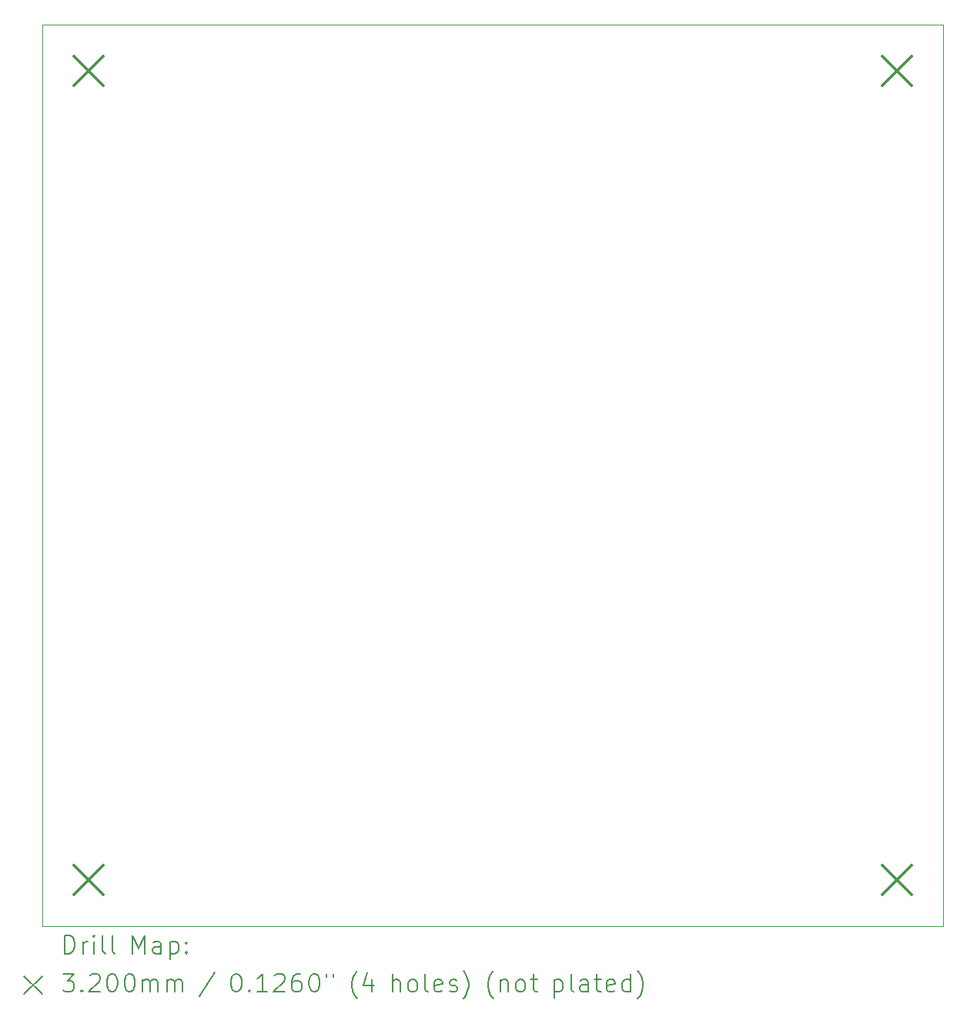
<source format=gbr>
%TF.GenerationSoftware,KiCad,Pcbnew,(7.0.0)*%
%TF.CreationDate,2023-07-06T21:55:20+02:00*%
%TF.ProjectId,cdp-io,6364702d-696f-42e6-9b69-6361645f7063,1*%
%TF.SameCoordinates,Original*%
%TF.FileFunction,Drillmap*%
%TF.FilePolarity,Positive*%
%FSLAX45Y45*%
G04 Gerber Fmt 4.5, Leading zero omitted, Abs format (unit mm)*
G04 Created by KiCad (PCBNEW (7.0.0)) date 2023-07-06 21:55:20*
%MOMM*%
%LPD*%
G01*
G04 APERTURE LIST*
%ADD10C,0.100000*%
%ADD11C,0.200000*%
%ADD12C,0.320000*%
G04 APERTURE END LIST*
D10*
X9982200Y-4216400D02*
X19888200Y-4216400D01*
X19888200Y-4216400D02*
X19888200Y-14122400D01*
X19888200Y-14122400D02*
X9982200Y-14122400D01*
X9982200Y-14122400D02*
X9982200Y-4216400D01*
D11*
D12*
X10330200Y-4564400D02*
X10650200Y-4884400D01*
X10650200Y-4564400D02*
X10330200Y-4884400D01*
X10330200Y-13454400D02*
X10650200Y-13774400D01*
X10650200Y-13454400D02*
X10330200Y-13774400D01*
X19220200Y-4564400D02*
X19540200Y-4884400D01*
X19540200Y-4564400D02*
X19220200Y-4884400D01*
X19220200Y-13454400D02*
X19540200Y-13774400D01*
X19540200Y-13454400D02*
X19220200Y-13774400D01*
D11*
X10224819Y-14420876D02*
X10224819Y-14220876D01*
X10224819Y-14220876D02*
X10272438Y-14220876D01*
X10272438Y-14220876D02*
X10301010Y-14230400D01*
X10301010Y-14230400D02*
X10320057Y-14249448D01*
X10320057Y-14249448D02*
X10329581Y-14268495D01*
X10329581Y-14268495D02*
X10339105Y-14306590D01*
X10339105Y-14306590D02*
X10339105Y-14335162D01*
X10339105Y-14335162D02*
X10329581Y-14373257D01*
X10329581Y-14373257D02*
X10320057Y-14392305D01*
X10320057Y-14392305D02*
X10301010Y-14411352D01*
X10301010Y-14411352D02*
X10272438Y-14420876D01*
X10272438Y-14420876D02*
X10224819Y-14420876D01*
X10424819Y-14420876D02*
X10424819Y-14287543D01*
X10424819Y-14325638D02*
X10434343Y-14306590D01*
X10434343Y-14306590D02*
X10443867Y-14297067D01*
X10443867Y-14297067D02*
X10462914Y-14287543D01*
X10462914Y-14287543D02*
X10481962Y-14287543D01*
X10548629Y-14420876D02*
X10548629Y-14287543D01*
X10548629Y-14220876D02*
X10539105Y-14230400D01*
X10539105Y-14230400D02*
X10548629Y-14239924D01*
X10548629Y-14239924D02*
X10558152Y-14230400D01*
X10558152Y-14230400D02*
X10548629Y-14220876D01*
X10548629Y-14220876D02*
X10548629Y-14239924D01*
X10672438Y-14420876D02*
X10653390Y-14411352D01*
X10653390Y-14411352D02*
X10643867Y-14392305D01*
X10643867Y-14392305D02*
X10643867Y-14220876D01*
X10777200Y-14420876D02*
X10758152Y-14411352D01*
X10758152Y-14411352D02*
X10748629Y-14392305D01*
X10748629Y-14392305D02*
X10748629Y-14220876D01*
X10973390Y-14420876D02*
X10973390Y-14220876D01*
X10973390Y-14220876D02*
X11040057Y-14363733D01*
X11040057Y-14363733D02*
X11106724Y-14220876D01*
X11106724Y-14220876D02*
X11106724Y-14420876D01*
X11287676Y-14420876D02*
X11287676Y-14316114D01*
X11287676Y-14316114D02*
X11278152Y-14297067D01*
X11278152Y-14297067D02*
X11259105Y-14287543D01*
X11259105Y-14287543D02*
X11221009Y-14287543D01*
X11221009Y-14287543D02*
X11201962Y-14297067D01*
X11287676Y-14411352D02*
X11268628Y-14420876D01*
X11268628Y-14420876D02*
X11221009Y-14420876D01*
X11221009Y-14420876D02*
X11201962Y-14411352D01*
X11201962Y-14411352D02*
X11192438Y-14392305D01*
X11192438Y-14392305D02*
X11192438Y-14373257D01*
X11192438Y-14373257D02*
X11201962Y-14354209D01*
X11201962Y-14354209D02*
X11221009Y-14344686D01*
X11221009Y-14344686D02*
X11268628Y-14344686D01*
X11268628Y-14344686D02*
X11287676Y-14335162D01*
X11382914Y-14287543D02*
X11382914Y-14487543D01*
X11382914Y-14297067D02*
X11401962Y-14287543D01*
X11401962Y-14287543D02*
X11440057Y-14287543D01*
X11440057Y-14287543D02*
X11459105Y-14297067D01*
X11459105Y-14297067D02*
X11468628Y-14306590D01*
X11468628Y-14306590D02*
X11478152Y-14325638D01*
X11478152Y-14325638D02*
X11478152Y-14382781D01*
X11478152Y-14382781D02*
X11468628Y-14401828D01*
X11468628Y-14401828D02*
X11459105Y-14411352D01*
X11459105Y-14411352D02*
X11440057Y-14420876D01*
X11440057Y-14420876D02*
X11401962Y-14420876D01*
X11401962Y-14420876D02*
X11382914Y-14411352D01*
X11563867Y-14401828D02*
X11573390Y-14411352D01*
X11573390Y-14411352D02*
X11563867Y-14420876D01*
X11563867Y-14420876D02*
X11554343Y-14411352D01*
X11554343Y-14411352D02*
X11563867Y-14401828D01*
X11563867Y-14401828D02*
X11563867Y-14420876D01*
X11563867Y-14297067D02*
X11573390Y-14306590D01*
X11573390Y-14306590D02*
X11563867Y-14316114D01*
X11563867Y-14316114D02*
X11554343Y-14306590D01*
X11554343Y-14306590D02*
X11563867Y-14297067D01*
X11563867Y-14297067D02*
X11563867Y-14316114D01*
X9777200Y-14667400D02*
X9977200Y-14867400D01*
X9977200Y-14667400D02*
X9777200Y-14867400D01*
X10205771Y-14640876D02*
X10329581Y-14640876D01*
X10329581Y-14640876D02*
X10262914Y-14717067D01*
X10262914Y-14717067D02*
X10291486Y-14717067D01*
X10291486Y-14717067D02*
X10310533Y-14726590D01*
X10310533Y-14726590D02*
X10320057Y-14736114D01*
X10320057Y-14736114D02*
X10329581Y-14755162D01*
X10329581Y-14755162D02*
X10329581Y-14802781D01*
X10329581Y-14802781D02*
X10320057Y-14821828D01*
X10320057Y-14821828D02*
X10310533Y-14831352D01*
X10310533Y-14831352D02*
X10291486Y-14840876D01*
X10291486Y-14840876D02*
X10234343Y-14840876D01*
X10234343Y-14840876D02*
X10215295Y-14831352D01*
X10215295Y-14831352D02*
X10205771Y-14821828D01*
X10415295Y-14821828D02*
X10424819Y-14831352D01*
X10424819Y-14831352D02*
X10415295Y-14840876D01*
X10415295Y-14840876D02*
X10405771Y-14831352D01*
X10405771Y-14831352D02*
X10415295Y-14821828D01*
X10415295Y-14821828D02*
X10415295Y-14840876D01*
X10501010Y-14659924D02*
X10510533Y-14650400D01*
X10510533Y-14650400D02*
X10529581Y-14640876D01*
X10529581Y-14640876D02*
X10577200Y-14640876D01*
X10577200Y-14640876D02*
X10596248Y-14650400D01*
X10596248Y-14650400D02*
X10605771Y-14659924D01*
X10605771Y-14659924D02*
X10615295Y-14678971D01*
X10615295Y-14678971D02*
X10615295Y-14698019D01*
X10615295Y-14698019D02*
X10605771Y-14726590D01*
X10605771Y-14726590D02*
X10491486Y-14840876D01*
X10491486Y-14840876D02*
X10615295Y-14840876D01*
X10739105Y-14640876D02*
X10758152Y-14640876D01*
X10758152Y-14640876D02*
X10777200Y-14650400D01*
X10777200Y-14650400D02*
X10786724Y-14659924D01*
X10786724Y-14659924D02*
X10796248Y-14678971D01*
X10796248Y-14678971D02*
X10805771Y-14717067D01*
X10805771Y-14717067D02*
X10805771Y-14764686D01*
X10805771Y-14764686D02*
X10796248Y-14802781D01*
X10796248Y-14802781D02*
X10786724Y-14821828D01*
X10786724Y-14821828D02*
X10777200Y-14831352D01*
X10777200Y-14831352D02*
X10758152Y-14840876D01*
X10758152Y-14840876D02*
X10739105Y-14840876D01*
X10739105Y-14840876D02*
X10720057Y-14831352D01*
X10720057Y-14831352D02*
X10710533Y-14821828D01*
X10710533Y-14821828D02*
X10701010Y-14802781D01*
X10701010Y-14802781D02*
X10691486Y-14764686D01*
X10691486Y-14764686D02*
X10691486Y-14717067D01*
X10691486Y-14717067D02*
X10701010Y-14678971D01*
X10701010Y-14678971D02*
X10710533Y-14659924D01*
X10710533Y-14659924D02*
X10720057Y-14650400D01*
X10720057Y-14650400D02*
X10739105Y-14640876D01*
X10929581Y-14640876D02*
X10948629Y-14640876D01*
X10948629Y-14640876D02*
X10967676Y-14650400D01*
X10967676Y-14650400D02*
X10977200Y-14659924D01*
X10977200Y-14659924D02*
X10986724Y-14678971D01*
X10986724Y-14678971D02*
X10996248Y-14717067D01*
X10996248Y-14717067D02*
X10996248Y-14764686D01*
X10996248Y-14764686D02*
X10986724Y-14802781D01*
X10986724Y-14802781D02*
X10977200Y-14821828D01*
X10977200Y-14821828D02*
X10967676Y-14831352D01*
X10967676Y-14831352D02*
X10948629Y-14840876D01*
X10948629Y-14840876D02*
X10929581Y-14840876D01*
X10929581Y-14840876D02*
X10910533Y-14831352D01*
X10910533Y-14831352D02*
X10901010Y-14821828D01*
X10901010Y-14821828D02*
X10891486Y-14802781D01*
X10891486Y-14802781D02*
X10881962Y-14764686D01*
X10881962Y-14764686D02*
X10881962Y-14717067D01*
X10881962Y-14717067D02*
X10891486Y-14678971D01*
X10891486Y-14678971D02*
X10901010Y-14659924D01*
X10901010Y-14659924D02*
X10910533Y-14650400D01*
X10910533Y-14650400D02*
X10929581Y-14640876D01*
X11081962Y-14840876D02*
X11081962Y-14707543D01*
X11081962Y-14726590D02*
X11091486Y-14717067D01*
X11091486Y-14717067D02*
X11110533Y-14707543D01*
X11110533Y-14707543D02*
X11139105Y-14707543D01*
X11139105Y-14707543D02*
X11158152Y-14717067D01*
X11158152Y-14717067D02*
X11167676Y-14736114D01*
X11167676Y-14736114D02*
X11167676Y-14840876D01*
X11167676Y-14736114D02*
X11177200Y-14717067D01*
X11177200Y-14717067D02*
X11196248Y-14707543D01*
X11196248Y-14707543D02*
X11224819Y-14707543D01*
X11224819Y-14707543D02*
X11243867Y-14717067D01*
X11243867Y-14717067D02*
X11253390Y-14736114D01*
X11253390Y-14736114D02*
X11253390Y-14840876D01*
X11348629Y-14840876D02*
X11348629Y-14707543D01*
X11348629Y-14726590D02*
X11358152Y-14717067D01*
X11358152Y-14717067D02*
X11377200Y-14707543D01*
X11377200Y-14707543D02*
X11405771Y-14707543D01*
X11405771Y-14707543D02*
X11424819Y-14717067D01*
X11424819Y-14717067D02*
X11434343Y-14736114D01*
X11434343Y-14736114D02*
X11434343Y-14840876D01*
X11434343Y-14736114D02*
X11443867Y-14717067D01*
X11443867Y-14717067D02*
X11462914Y-14707543D01*
X11462914Y-14707543D02*
X11491486Y-14707543D01*
X11491486Y-14707543D02*
X11510533Y-14717067D01*
X11510533Y-14717067D02*
X11520057Y-14736114D01*
X11520057Y-14736114D02*
X11520057Y-14840876D01*
X11878152Y-14631352D02*
X11706724Y-14888495D01*
X12102914Y-14640876D02*
X12121962Y-14640876D01*
X12121962Y-14640876D02*
X12141010Y-14650400D01*
X12141010Y-14650400D02*
X12150533Y-14659924D01*
X12150533Y-14659924D02*
X12160057Y-14678971D01*
X12160057Y-14678971D02*
X12169581Y-14717067D01*
X12169581Y-14717067D02*
X12169581Y-14764686D01*
X12169581Y-14764686D02*
X12160057Y-14802781D01*
X12160057Y-14802781D02*
X12150533Y-14821828D01*
X12150533Y-14821828D02*
X12141010Y-14831352D01*
X12141010Y-14831352D02*
X12121962Y-14840876D01*
X12121962Y-14840876D02*
X12102914Y-14840876D01*
X12102914Y-14840876D02*
X12083867Y-14831352D01*
X12083867Y-14831352D02*
X12074343Y-14821828D01*
X12074343Y-14821828D02*
X12064819Y-14802781D01*
X12064819Y-14802781D02*
X12055295Y-14764686D01*
X12055295Y-14764686D02*
X12055295Y-14717067D01*
X12055295Y-14717067D02*
X12064819Y-14678971D01*
X12064819Y-14678971D02*
X12074343Y-14659924D01*
X12074343Y-14659924D02*
X12083867Y-14650400D01*
X12083867Y-14650400D02*
X12102914Y-14640876D01*
X12255295Y-14821828D02*
X12264819Y-14831352D01*
X12264819Y-14831352D02*
X12255295Y-14840876D01*
X12255295Y-14840876D02*
X12245771Y-14831352D01*
X12245771Y-14831352D02*
X12255295Y-14821828D01*
X12255295Y-14821828D02*
X12255295Y-14840876D01*
X12455295Y-14840876D02*
X12341010Y-14840876D01*
X12398152Y-14840876D02*
X12398152Y-14640876D01*
X12398152Y-14640876D02*
X12379105Y-14669448D01*
X12379105Y-14669448D02*
X12360057Y-14688495D01*
X12360057Y-14688495D02*
X12341010Y-14698019D01*
X12531486Y-14659924D02*
X12541010Y-14650400D01*
X12541010Y-14650400D02*
X12560057Y-14640876D01*
X12560057Y-14640876D02*
X12607676Y-14640876D01*
X12607676Y-14640876D02*
X12626724Y-14650400D01*
X12626724Y-14650400D02*
X12636248Y-14659924D01*
X12636248Y-14659924D02*
X12645771Y-14678971D01*
X12645771Y-14678971D02*
X12645771Y-14698019D01*
X12645771Y-14698019D02*
X12636248Y-14726590D01*
X12636248Y-14726590D02*
X12521962Y-14840876D01*
X12521962Y-14840876D02*
X12645771Y-14840876D01*
X12817200Y-14640876D02*
X12779105Y-14640876D01*
X12779105Y-14640876D02*
X12760057Y-14650400D01*
X12760057Y-14650400D02*
X12750533Y-14659924D01*
X12750533Y-14659924D02*
X12731486Y-14688495D01*
X12731486Y-14688495D02*
X12721962Y-14726590D01*
X12721962Y-14726590D02*
X12721962Y-14802781D01*
X12721962Y-14802781D02*
X12731486Y-14821828D01*
X12731486Y-14821828D02*
X12741010Y-14831352D01*
X12741010Y-14831352D02*
X12760057Y-14840876D01*
X12760057Y-14840876D02*
X12798152Y-14840876D01*
X12798152Y-14840876D02*
X12817200Y-14831352D01*
X12817200Y-14831352D02*
X12826724Y-14821828D01*
X12826724Y-14821828D02*
X12836248Y-14802781D01*
X12836248Y-14802781D02*
X12836248Y-14755162D01*
X12836248Y-14755162D02*
X12826724Y-14736114D01*
X12826724Y-14736114D02*
X12817200Y-14726590D01*
X12817200Y-14726590D02*
X12798152Y-14717067D01*
X12798152Y-14717067D02*
X12760057Y-14717067D01*
X12760057Y-14717067D02*
X12741010Y-14726590D01*
X12741010Y-14726590D02*
X12731486Y-14736114D01*
X12731486Y-14736114D02*
X12721962Y-14755162D01*
X12960057Y-14640876D02*
X12979105Y-14640876D01*
X12979105Y-14640876D02*
X12998152Y-14650400D01*
X12998152Y-14650400D02*
X13007676Y-14659924D01*
X13007676Y-14659924D02*
X13017200Y-14678971D01*
X13017200Y-14678971D02*
X13026724Y-14717067D01*
X13026724Y-14717067D02*
X13026724Y-14764686D01*
X13026724Y-14764686D02*
X13017200Y-14802781D01*
X13017200Y-14802781D02*
X13007676Y-14821828D01*
X13007676Y-14821828D02*
X12998152Y-14831352D01*
X12998152Y-14831352D02*
X12979105Y-14840876D01*
X12979105Y-14840876D02*
X12960057Y-14840876D01*
X12960057Y-14840876D02*
X12941010Y-14831352D01*
X12941010Y-14831352D02*
X12931486Y-14821828D01*
X12931486Y-14821828D02*
X12921962Y-14802781D01*
X12921962Y-14802781D02*
X12912438Y-14764686D01*
X12912438Y-14764686D02*
X12912438Y-14717067D01*
X12912438Y-14717067D02*
X12921962Y-14678971D01*
X12921962Y-14678971D02*
X12931486Y-14659924D01*
X12931486Y-14659924D02*
X12941010Y-14650400D01*
X12941010Y-14650400D02*
X12960057Y-14640876D01*
X13102914Y-14640876D02*
X13102914Y-14678971D01*
X13179105Y-14640876D02*
X13179105Y-14678971D01*
X13441962Y-14917067D02*
X13432438Y-14907543D01*
X13432438Y-14907543D02*
X13413391Y-14878971D01*
X13413391Y-14878971D02*
X13403867Y-14859924D01*
X13403867Y-14859924D02*
X13394343Y-14831352D01*
X13394343Y-14831352D02*
X13384819Y-14783733D01*
X13384819Y-14783733D02*
X13384819Y-14745638D01*
X13384819Y-14745638D02*
X13394343Y-14698019D01*
X13394343Y-14698019D02*
X13403867Y-14669448D01*
X13403867Y-14669448D02*
X13413391Y-14650400D01*
X13413391Y-14650400D02*
X13432438Y-14621828D01*
X13432438Y-14621828D02*
X13441962Y-14612305D01*
X13603867Y-14707543D02*
X13603867Y-14840876D01*
X13556248Y-14631352D02*
X13508629Y-14774209D01*
X13508629Y-14774209D02*
X13632438Y-14774209D01*
X13828629Y-14840876D02*
X13828629Y-14640876D01*
X13914343Y-14840876D02*
X13914343Y-14736114D01*
X13914343Y-14736114D02*
X13904819Y-14717067D01*
X13904819Y-14717067D02*
X13885772Y-14707543D01*
X13885772Y-14707543D02*
X13857200Y-14707543D01*
X13857200Y-14707543D02*
X13838152Y-14717067D01*
X13838152Y-14717067D02*
X13828629Y-14726590D01*
X14038152Y-14840876D02*
X14019105Y-14831352D01*
X14019105Y-14831352D02*
X14009581Y-14821828D01*
X14009581Y-14821828D02*
X14000057Y-14802781D01*
X14000057Y-14802781D02*
X14000057Y-14745638D01*
X14000057Y-14745638D02*
X14009581Y-14726590D01*
X14009581Y-14726590D02*
X14019105Y-14717067D01*
X14019105Y-14717067D02*
X14038152Y-14707543D01*
X14038152Y-14707543D02*
X14066724Y-14707543D01*
X14066724Y-14707543D02*
X14085772Y-14717067D01*
X14085772Y-14717067D02*
X14095295Y-14726590D01*
X14095295Y-14726590D02*
X14104819Y-14745638D01*
X14104819Y-14745638D02*
X14104819Y-14802781D01*
X14104819Y-14802781D02*
X14095295Y-14821828D01*
X14095295Y-14821828D02*
X14085772Y-14831352D01*
X14085772Y-14831352D02*
X14066724Y-14840876D01*
X14066724Y-14840876D02*
X14038152Y-14840876D01*
X14219105Y-14840876D02*
X14200057Y-14831352D01*
X14200057Y-14831352D02*
X14190533Y-14812305D01*
X14190533Y-14812305D02*
X14190533Y-14640876D01*
X14371486Y-14831352D02*
X14352438Y-14840876D01*
X14352438Y-14840876D02*
X14314343Y-14840876D01*
X14314343Y-14840876D02*
X14295295Y-14831352D01*
X14295295Y-14831352D02*
X14285772Y-14812305D01*
X14285772Y-14812305D02*
X14285772Y-14736114D01*
X14285772Y-14736114D02*
X14295295Y-14717067D01*
X14295295Y-14717067D02*
X14314343Y-14707543D01*
X14314343Y-14707543D02*
X14352438Y-14707543D01*
X14352438Y-14707543D02*
X14371486Y-14717067D01*
X14371486Y-14717067D02*
X14381010Y-14736114D01*
X14381010Y-14736114D02*
X14381010Y-14755162D01*
X14381010Y-14755162D02*
X14285772Y-14774209D01*
X14457200Y-14831352D02*
X14476248Y-14840876D01*
X14476248Y-14840876D02*
X14514343Y-14840876D01*
X14514343Y-14840876D02*
X14533391Y-14831352D01*
X14533391Y-14831352D02*
X14542914Y-14812305D01*
X14542914Y-14812305D02*
X14542914Y-14802781D01*
X14542914Y-14802781D02*
X14533391Y-14783733D01*
X14533391Y-14783733D02*
X14514343Y-14774209D01*
X14514343Y-14774209D02*
X14485772Y-14774209D01*
X14485772Y-14774209D02*
X14466724Y-14764686D01*
X14466724Y-14764686D02*
X14457200Y-14745638D01*
X14457200Y-14745638D02*
X14457200Y-14736114D01*
X14457200Y-14736114D02*
X14466724Y-14717067D01*
X14466724Y-14717067D02*
X14485772Y-14707543D01*
X14485772Y-14707543D02*
X14514343Y-14707543D01*
X14514343Y-14707543D02*
X14533391Y-14717067D01*
X14609581Y-14917067D02*
X14619105Y-14907543D01*
X14619105Y-14907543D02*
X14638153Y-14878971D01*
X14638153Y-14878971D02*
X14647676Y-14859924D01*
X14647676Y-14859924D02*
X14657200Y-14831352D01*
X14657200Y-14831352D02*
X14666724Y-14783733D01*
X14666724Y-14783733D02*
X14666724Y-14745638D01*
X14666724Y-14745638D02*
X14657200Y-14698019D01*
X14657200Y-14698019D02*
X14647676Y-14669448D01*
X14647676Y-14669448D02*
X14638153Y-14650400D01*
X14638153Y-14650400D02*
X14619105Y-14621828D01*
X14619105Y-14621828D02*
X14609581Y-14612305D01*
X14939105Y-14917067D02*
X14929581Y-14907543D01*
X14929581Y-14907543D02*
X14910533Y-14878971D01*
X14910533Y-14878971D02*
X14901010Y-14859924D01*
X14901010Y-14859924D02*
X14891486Y-14831352D01*
X14891486Y-14831352D02*
X14881962Y-14783733D01*
X14881962Y-14783733D02*
X14881962Y-14745638D01*
X14881962Y-14745638D02*
X14891486Y-14698019D01*
X14891486Y-14698019D02*
X14901010Y-14669448D01*
X14901010Y-14669448D02*
X14910533Y-14650400D01*
X14910533Y-14650400D02*
X14929581Y-14621828D01*
X14929581Y-14621828D02*
X14939105Y-14612305D01*
X15015295Y-14707543D02*
X15015295Y-14840876D01*
X15015295Y-14726590D02*
X15024819Y-14717067D01*
X15024819Y-14717067D02*
X15043867Y-14707543D01*
X15043867Y-14707543D02*
X15072438Y-14707543D01*
X15072438Y-14707543D02*
X15091486Y-14717067D01*
X15091486Y-14717067D02*
X15101010Y-14736114D01*
X15101010Y-14736114D02*
X15101010Y-14840876D01*
X15224819Y-14840876D02*
X15205772Y-14831352D01*
X15205772Y-14831352D02*
X15196248Y-14821828D01*
X15196248Y-14821828D02*
X15186724Y-14802781D01*
X15186724Y-14802781D02*
X15186724Y-14745638D01*
X15186724Y-14745638D02*
X15196248Y-14726590D01*
X15196248Y-14726590D02*
X15205772Y-14717067D01*
X15205772Y-14717067D02*
X15224819Y-14707543D01*
X15224819Y-14707543D02*
X15253391Y-14707543D01*
X15253391Y-14707543D02*
X15272438Y-14717067D01*
X15272438Y-14717067D02*
X15281962Y-14726590D01*
X15281962Y-14726590D02*
X15291486Y-14745638D01*
X15291486Y-14745638D02*
X15291486Y-14802781D01*
X15291486Y-14802781D02*
X15281962Y-14821828D01*
X15281962Y-14821828D02*
X15272438Y-14831352D01*
X15272438Y-14831352D02*
X15253391Y-14840876D01*
X15253391Y-14840876D02*
X15224819Y-14840876D01*
X15348629Y-14707543D02*
X15424819Y-14707543D01*
X15377200Y-14640876D02*
X15377200Y-14812305D01*
X15377200Y-14812305D02*
X15386724Y-14831352D01*
X15386724Y-14831352D02*
X15405772Y-14840876D01*
X15405772Y-14840876D02*
X15424819Y-14840876D01*
X15611486Y-14707543D02*
X15611486Y-14907543D01*
X15611486Y-14717067D02*
X15630533Y-14707543D01*
X15630533Y-14707543D02*
X15668629Y-14707543D01*
X15668629Y-14707543D02*
X15687676Y-14717067D01*
X15687676Y-14717067D02*
X15697200Y-14726590D01*
X15697200Y-14726590D02*
X15706724Y-14745638D01*
X15706724Y-14745638D02*
X15706724Y-14802781D01*
X15706724Y-14802781D02*
X15697200Y-14821828D01*
X15697200Y-14821828D02*
X15687676Y-14831352D01*
X15687676Y-14831352D02*
X15668629Y-14840876D01*
X15668629Y-14840876D02*
X15630533Y-14840876D01*
X15630533Y-14840876D02*
X15611486Y-14831352D01*
X15821010Y-14840876D02*
X15801962Y-14831352D01*
X15801962Y-14831352D02*
X15792438Y-14812305D01*
X15792438Y-14812305D02*
X15792438Y-14640876D01*
X15982914Y-14840876D02*
X15982914Y-14736114D01*
X15982914Y-14736114D02*
X15973391Y-14717067D01*
X15973391Y-14717067D02*
X15954343Y-14707543D01*
X15954343Y-14707543D02*
X15916248Y-14707543D01*
X15916248Y-14707543D02*
X15897200Y-14717067D01*
X15982914Y-14831352D02*
X15963867Y-14840876D01*
X15963867Y-14840876D02*
X15916248Y-14840876D01*
X15916248Y-14840876D02*
X15897200Y-14831352D01*
X15897200Y-14831352D02*
X15887676Y-14812305D01*
X15887676Y-14812305D02*
X15887676Y-14793257D01*
X15887676Y-14793257D02*
X15897200Y-14774209D01*
X15897200Y-14774209D02*
X15916248Y-14764686D01*
X15916248Y-14764686D02*
X15963867Y-14764686D01*
X15963867Y-14764686D02*
X15982914Y-14755162D01*
X16049581Y-14707543D02*
X16125772Y-14707543D01*
X16078153Y-14640876D02*
X16078153Y-14812305D01*
X16078153Y-14812305D02*
X16087676Y-14831352D01*
X16087676Y-14831352D02*
X16106724Y-14840876D01*
X16106724Y-14840876D02*
X16125772Y-14840876D01*
X16268629Y-14831352D02*
X16249581Y-14840876D01*
X16249581Y-14840876D02*
X16211486Y-14840876D01*
X16211486Y-14840876D02*
X16192438Y-14831352D01*
X16192438Y-14831352D02*
X16182914Y-14812305D01*
X16182914Y-14812305D02*
X16182914Y-14736114D01*
X16182914Y-14736114D02*
X16192438Y-14717067D01*
X16192438Y-14717067D02*
X16211486Y-14707543D01*
X16211486Y-14707543D02*
X16249581Y-14707543D01*
X16249581Y-14707543D02*
X16268629Y-14717067D01*
X16268629Y-14717067D02*
X16278153Y-14736114D01*
X16278153Y-14736114D02*
X16278153Y-14755162D01*
X16278153Y-14755162D02*
X16182914Y-14774209D01*
X16449581Y-14840876D02*
X16449581Y-14640876D01*
X16449581Y-14831352D02*
X16430534Y-14840876D01*
X16430534Y-14840876D02*
X16392438Y-14840876D01*
X16392438Y-14840876D02*
X16373391Y-14831352D01*
X16373391Y-14831352D02*
X16363867Y-14821828D01*
X16363867Y-14821828D02*
X16354343Y-14802781D01*
X16354343Y-14802781D02*
X16354343Y-14745638D01*
X16354343Y-14745638D02*
X16363867Y-14726590D01*
X16363867Y-14726590D02*
X16373391Y-14717067D01*
X16373391Y-14717067D02*
X16392438Y-14707543D01*
X16392438Y-14707543D02*
X16430534Y-14707543D01*
X16430534Y-14707543D02*
X16449581Y-14717067D01*
X16525772Y-14917067D02*
X16535295Y-14907543D01*
X16535295Y-14907543D02*
X16554343Y-14878971D01*
X16554343Y-14878971D02*
X16563867Y-14859924D01*
X16563867Y-14859924D02*
X16573391Y-14831352D01*
X16573391Y-14831352D02*
X16582914Y-14783733D01*
X16582914Y-14783733D02*
X16582914Y-14745638D01*
X16582914Y-14745638D02*
X16573391Y-14698019D01*
X16573391Y-14698019D02*
X16563867Y-14669448D01*
X16563867Y-14669448D02*
X16554343Y-14650400D01*
X16554343Y-14650400D02*
X16535295Y-14621828D01*
X16535295Y-14621828D02*
X16525772Y-14612305D01*
M02*

</source>
